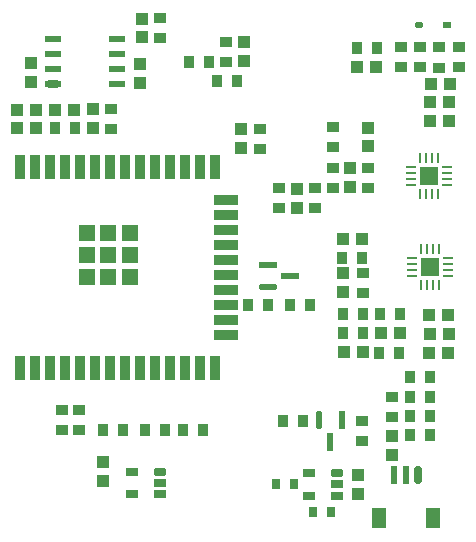
<source format=gbr>
%TF.GenerationSoftware,Altium Limited,Altium NEXUS,3.2.6 (83)*%
G04 Layer_Color=128*
%FSLAX44Y44*%
%MOMM*%
%TF.SameCoordinates,1D3023CA-0B4D-445B-B615-3EAEB33096E1*%
%TF.FilePolarity,Positive*%
%TF.FileFunction,Paste,Bot*%
%TF.Part,Single*%
G01*
G75*
%TA.AperFunction,SMDPad,CuDef*%
%ADD10R,1.0000X1.0000*%
%ADD11R,1.0000X0.9000*%
G04:AMPARAMS|DCode=12|XSize=0.6mm|YSize=1.55mm|CornerRadius=0mm|HoleSize=0mm|Usage=FLASHONLY|Rotation=0.000|XOffset=0mm|YOffset=0mm|HoleType=Round|Shape=Octagon|*
%AMOCTAGOND12*
4,1,8,-0.1500,0.7750,0.1500,0.7750,0.3000,0.6250,0.3000,-0.6250,0.1500,-0.7750,-0.1500,-0.7750,-0.3000,-0.6250,-0.3000,0.6250,-0.1500,0.7750,0.0*
%
%ADD12OCTAGOND12*%

%ADD13R,0.6000X1.5500*%
%ADD14R,1.2000X1.8000*%
%ADD15R,0.9000X1.0000*%
%ADD16R,1.0000X1.0000*%
G04:AMPARAMS|DCode=28|XSize=0.5mm|YSize=0.71mm|CornerRadius=0mm|HoleSize=0mm|Usage=FLASHONLY|Rotation=270.000|XOffset=0mm|YOffset=0mm|HoleType=Round|Shape=Octagon|*
%AMOCTAGOND28*
4,1,8,0.3550,0.1250,0.3550,-0.1250,0.2300,-0.2500,-0.2300,-0.2500,-0.3550,-0.1250,-0.3550,0.1250,-0.2300,0.2500,0.2300,0.2500,0.3550,0.1250,0.0*
%
%ADD28OCTAGOND28*%

%ADD29R,0.7100X0.5000*%
G04:AMPARAMS|DCode=30|XSize=0.55mm|YSize=1.55mm|CornerRadius=0mm|HoleSize=0mm|Usage=FLASHONLY|Rotation=90.000|XOffset=0mm|YOffset=0mm|HoleType=Round|Shape=Octagon|*
%AMOCTAGOND30*
4,1,8,-0.7750,-0.1375,-0.7750,0.1375,-0.6375,0.2750,0.6375,0.2750,0.7750,0.1375,0.7750,-0.1375,0.6375,-0.2750,-0.6375,-0.2750,-0.7750,-0.1375,0.0*
%
%ADD30OCTAGOND30*%

%ADD31R,1.5500X0.5500*%
G04:AMPARAMS|DCode=74|XSize=0.65mm|YSize=1.1mm|CornerRadius=0mm|HoleSize=0mm|Usage=FLASHONLY|Rotation=90.000|XOffset=0mm|YOffset=0mm|HoleType=Round|Shape=Octagon|*
%AMOCTAGOND74*
4,1,8,-0.5500,-0.1625,-0.5500,0.1625,-0.3875,0.3250,0.3875,0.3250,0.5500,0.1625,0.5500,-0.1625,0.3875,-0.3250,-0.3875,-0.3250,-0.5500,-0.1625,0.0*
%
%ADD74OCTAGOND74*%

%ADD75R,1.1000X0.6500*%
%ADD76R,0.7000X0.9000*%
G04:AMPARAMS|DCode=77|XSize=0.55mm|YSize=1.55mm|CornerRadius=0mm|HoleSize=0mm|Usage=FLASHONLY|Rotation=180.000|XOffset=0mm|YOffset=0mm|HoleType=Round|Shape=Octagon|*
%AMOCTAGOND77*
4,1,8,0.1375,-0.7750,-0.1375,-0.7750,-0.2750,-0.6375,-0.2750,0.6375,-0.1375,0.7750,0.1375,0.7750,0.2750,0.6375,0.2750,-0.6375,0.1375,-0.7750,0.0*
%
%ADD77OCTAGOND77*%

%ADD78R,0.5500X1.5500*%
%TA.AperFunction,ConnectorPad*%
%ADD79R,0.9000X2.0000*%
%TA.AperFunction,SMDPad,CuDef*%
%ADD80O,0.9000X0.2500*%
%ADD81O,0.2500X0.9000*%
%ADD82O,1.4500X0.6000*%
%ADD83R,1.4500X0.6000*%
%TA.AperFunction,ConnectorPad*%
%ADD84R,1.0000X0.9000*%
%ADD85R,2.0000X0.9000*%
%TA.AperFunction,BGAPad,CuDef*%
%ADD86R,1.3300X1.3300*%
%TA.AperFunction,SMDPad,CuDef*%
%ADD87R,1.6000X1.6000*%
D10*
X571750Y1310500D02*
D03*
X587750D02*
D03*
X588750Y1214500D02*
D03*
X572750D02*
D03*
X645500Y1230000D02*
D03*
X661500D02*
D03*
X620500Y1230500D02*
D03*
X646250Y1442000D02*
D03*
X646000Y1410500D02*
D03*
X662000D02*
D03*
X646000Y1426500D02*
D03*
X662000D02*
D03*
X312250Y1404750D02*
D03*
X604500Y1230500D02*
D03*
X662250Y1442000D02*
D03*
X296250Y1404750D02*
D03*
X661250Y1246250D02*
D03*
X645250D02*
D03*
X661250Y1213500D02*
D03*
X645250D02*
D03*
X599750Y1456250D02*
D03*
X583750D02*
D03*
X344500Y1419750D02*
D03*
X328500D02*
D03*
X296250D02*
D03*
X312250D02*
D03*
D11*
X473250Y1477250D02*
D03*
Y1460250D02*
D03*
X348750Y1165500D02*
D03*
Y1148500D02*
D03*
X613500Y1160000D02*
D03*
Y1177000D02*
D03*
X587750Y1156500D02*
D03*
Y1139500D02*
D03*
X563250Y1405250D02*
D03*
Y1388250D02*
D03*
X518250Y1353500D02*
D03*
X653500Y1472500D02*
D03*
X637000Y1472750D02*
D03*
X620750D02*
D03*
X669880Y1472760D02*
D03*
X518250Y1336500D02*
D03*
X548250Y1336500D02*
D03*
X593250Y1353750D02*
D03*
X620750Y1455750D02*
D03*
X637000D02*
D03*
X653500Y1455500D02*
D03*
X669880Y1455760D02*
D03*
X589000Y1264500D02*
D03*
Y1281500D02*
D03*
X501500Y1403750D02*
D03*
Y1386750D02*
D03*
X333750Y1165500D02*
D03*
Y1148500D02*
D03*
X375750Y1403500D02*
D03*
Y1420500D02*
D03*
X593250Y1370750D02*
D03*
X563250Y1353750D02*
D03*
Y1370750D02*
D03*
X548250Y1353500D02*
D03*
D12*
X635500Y1110500D02*
D03*
D13*
X625500D02*
D03*
X615500D02*
D03*
D14*
X602500Y1073750D02*
D03*
X648500D02*
D03*
D15*
X385500Y1148500D02*
D03*
X368500D02*
D03*
X404250Y1148250D02*
D03*
X421250D02*
D03*
X453250D02*
D03*
X436250D02*
D03*
X482250Y1444500D02*
D03*
X465250D02*
D03*
X646000Y1160500D02*
D03*
X629000D02*
D03*
X521500Y1156500D02*
D03*
X538500D02*
D03*
X508500Y1254250D02*
D03*
X491500D02*
D03*
X645750Y1144000D02*
D03*
X628750D02*
D03*
X629000Y1193250D02*
D03*
X646000D02*
D03*
X629000Y1177000D02*
D03*
X646000D02*
D03*
X588500Y1294500D02*
D03*
X572000Y1230500D02*
D03*
X603500Y1246500D02*
D03*
X619500Y1214000D02*
D03*
X459000Y1460250D02*
D03*
X442000D02*
D03*
X620500Y1246500D02*
D03*
X602500Y1214000D02*
D03*
X589000Y1230500D02*
D03*
X571500Y1294500D02*
D03*
X600500Y1472250D02*
D03*
X583500D02*
D03*
X544500Y1254750D02*
D03*
X527500D02*
D03*
X345000Y1404750D02*
D03*
X328000D02*
D03*
X589250Y1246750D02*
D03*
X572250D02*
D03*
D16*
X369250Y1105500D02*
D03*
Y1121500D02*
D03*
X584750Y1110500D02*
D03*
Y1094500D02*
D03*
X613750Y1143500D02*
D03*
Y1127500D02*
D03*
X533250Y1337000D02*
D03*
Y1353000D02*
D03*
X577750Y1354250D02*
D03*
Y1370250D02*
D03*
X486000Y1387500D02*
D03*
Y1403500D02*
D03*
X307750Y1459500D02*
D03*
Y1443500D02*
D03*
X401750Y1497000D02*
D03*
Y1481000D02*
D03*
X488250Y1476750D02*
D03*
Y1460750D02*
D03*
X572250Y1265250D02*
D03*
Y1281250D02*
D03*
X400000Y1442500D02*
D03*
Y1458500D02*
D03*
X593250Y1404750D02*
D03*
Y1388750D02*
D03*
X360750Y1420000D02*
D03*
Y1404000D02*
D03*
D28*
X636000Y1491250D02*
D03*
D29*
X660000D02*
D03*
D30*
X508500Y1269500D02*
D03*
D31*
X527000Y1279000D02*
D03*
X508500Y1288500D02*
D03*
D74*
X417500Y1113500D02*
D03*
X567000Y1112000D02*
D03*
D75*
X417500Y1104000D02*
D03*
Y1094500D02*
D03*
X393500D02*
D03*
Y1113500D02*
D03*
X543000Y1112000D02*
D03*
Y1093000D02*
D03*
X567000D02*
D03*
Y1102500D02*
D03*
D76*
X562000Y1079000D02*
D03*
X547000D02*
D03*
X515500Y1102750D02*
D03*
X530500D02*
D03*
D77*
X551945Y1157311D02*
D03*
D78*
X570945D02*
D03*
X561445Y1138811D02*
D03*
D79*
X349050Y1201000D02*
D03*
X310950D02*
D03*
X298250D02*
D03*
X336350D02*
D03*
X323650D02*
D03*
X361750D02*
D03*
X387150D02*
D03*
X374450D02*
D03*
X412550D02*
D03*
X399850D02*
D03*
X437950D02*
D03*
X425250D02*
D03*
X463350D02*
D03*
X450650D02*
D03*
X310950Y1371000D02*
D03*
X298250D02*
D03*
X336350D02*
D03*
X323650D02*
D03*
X361750D02*
D03*
X349050D02*
D03*
X387150D02*
D03*
X374450D02*
D03*
X412550D02*
D03*
X399850D02*
D03*
X437950D02*
D03*
X425250D02*
D03*
X463350D02*
D03*
X450650D02*
D03*
D80*
X630250Y1284250D02*
D03*
X661250Y1294250D02*
D03*
Y1289250D02*
D03*
Y1284250D02*
D03*
Y1279250D02*
D03*
X630250D02*
D03*
Y1289250D02*
D03*
Y1294250D02*
D03*
X660500Y1371250D02*
D03*
Y1366250D02*
D03*
Y1361250D02*
D03*
Y1356250D02*
D03*
X629500D02*
D03*
Y1361250D02*
D03*
Y1366250D02*
D03*
Y1371250D02*
D03*
D81*
X642500Y1348250D02*
D03*
X652500Y1379250D02*
D03*
Y1348250D02*
D03*
X643250Y1271250D02*
D03*
X638250Y1302250D02*
D03*
X643250D02*
D03*
X648250D02*
D03*
X653250D02*
D03*
Y1271250D02*
D03*
X648250D02*
D03*
X638250D02*
D03*
X637500Y1379250D02*
D03*
X642500D02*
D03*
X647500D02*
D03*
Y1348250D02*
D03*
X637500D02*
D03*
D82*
X326250Y1441200D02*
D03*
D83*
Y1453900D02*
D03*
Y1466600D02*
D03*
Y1479300D02*
D03*
X380750Y1441200D02*
D03*
Y1453900D02*
D03*
Y1466600D02*
D03*
Y1479300D02*
D03*
D84*
X416750Y1480500D02*
D03*
Y1497500D02*
D03*
D85*
X473350Y1330450D02*
D03*
Y1343150D02*
D03*
Y1305050D02*
D03*
Y1317750D02*
D03*
Y1279650D02*
D03*
Y1292350D02*
D03*
Y1254250D02*
D03*
Y1266950D02*
D03*
Y1228850D02*
D03*
Y1241550D02*
D03*
D86*
X373250Y1296850D02*
D03*
X354900D02*
D03*
X391600D02*
D03*
X373250Y1278500D02*
D03*
Y1315200D02*
D03*
X354900D02*
D03*
X391600D02*
D03*
Y1278500D02*
D03*
X354900D02*
D03*
D87*
X645750Y1286750D02*
D03*
X645000Y1363750D02*
D03*
%TF.MD5,b4587132cda6c6c9fba555aee2413da9*%
M02*

</source>
